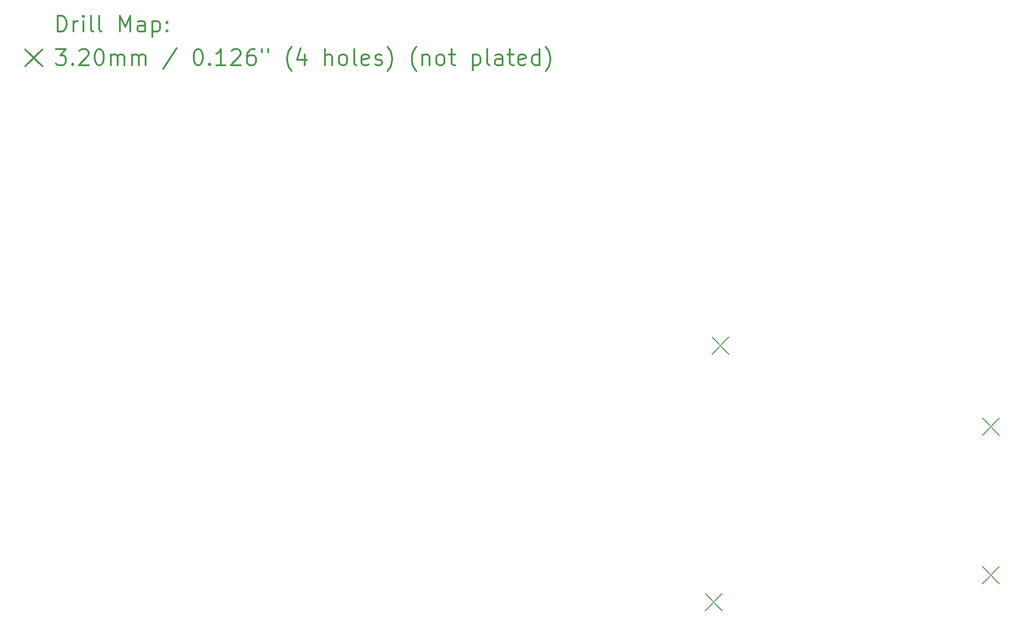
<source format=gbr>
%FSLAX45Y45*%
G04 Gerber Fmt 4.5, Leading zero omitted, Abs format (unit mm)*
G04 Created by KiCad (PCBNEW (5.1.4-0-10_14)) date 2019-10-20 20:34:56*
%MOMM*%
%LPD*%
G04 APERTURE LIST*
%ADD10C,0.200000*%
%ADD11C,0.300000*%
G04 APERTURE END LIST*
D10*
X12453000Y-11038000D02*
X12773000Y-11358000D01*
X12773000Y-11038000D02*
X12453000Y-11358000D01*
X12580000Y-6212000D02*
X12900000Y-6532000D01*
X12900000Y-6212000D02*
X12580000Y-6532000D01*
X17660000Y-7736000D02*
X17980000Y-8056000D01*
X17980000Y-7736000D02*
X17660000Y-8056000D01*
X17660000Y-10530000D02*
X17980000Y-10850000D01*
X17980000Y-10530000D02*
X17660000Y-10850000D01*
D11*
X286429Y-465714D02*
X286429Y-165714D01*
X357857Y-165714D01*
X400714Y-180000D01*
X429286Y-208571D01*
X443571Y-237143D01*
X457857Y-294286D01*
X457857Y-337143D01*
X443571Y-394286D01*
X429286Y-422857D01*
X400714Y-451428D01*
X357857Y-465714D01*
X286429Y-465714D01*
X586429Y-465714D02*
X586429Y-265714D01*
X586429Y-322857D02*
X600714Y-294286D01*
X615000Y-280000D01*
X643571Y-265714D01*
X672143Y-265714D01*
X772143Y-465714D02*
X772143Y-265714D01*
X772143Y-165714D02*
X757857Y-180000D01*
X772143Y-194286D01*
X786428Y-180000D01*
X772143Y-165714D01*
X772143Y-194286D01*
X957857Y-465714D02*
X929286Y-451428D01*
X915000Y-422857D01*
X915000Y-165714D01*
X1115000Y-465714D02*
X1086429Y-451428D01*
X1072143Y-422857D01*
X1072143Y-165714D01*
X1457857Y-465714D02*
X1457857Y-165714D01*
X1557857Y-380000D01*
X1657857Y-165714D01*
X1657857Y-465714D01*
X1929286Y-465714D02*
X1929286Y-308571D01*
X1915000Y-280000D01*
X1886428Y-265714D01*
X1829286Y-265714D01*
X1800714Y-280000D01*
X1929286Y-451428D02*
X1900714Y-465714D01*
X1829286Y-465714D01*
X1800714Y-451428D01*
X1786428Y-422857D01*
X1786428Y-394286D01*
X1800714Y-365714D01*
X1829286Y-351428D01*
X1900714Y-351428D01*
X1929286Y-337143D01*
X2072143Y-265714D02*
X2072143Y-565714D01*
X2072143Y-280000D02*
X2100714Y-265714D01*
X2157857Y-265714D01*
X2186429Y-280000D01*
X2200714Y-294286D01*
X2215000Y-322857D01*
X2215000Y-408571D01*
X2200714Y-437143D01*
X2186429Y-451428D01*
X2157857Y-465714D01*
X2100714Y-465714D01*
X2072143Y-451428D01*
X2343571Y-437143D02*
X2357857Y-451428D01*
X2343571Y-465714D01*
X2329286Y-451428D01*
X2343571Y-437143D01*
X2343571Y-465714D01*
X2343571Y-280000D02*
X2357857Y-294286D01*
X2343571Y-308571D01*
X2329286Y-294286D01*
X2343571Y-280000D01*
X2343571Y-308571D01*
X-320000Y-800000D02*
X0Y-1120000D01*
X0Y-800000D02*
X-320000Y-1120000D01*
X257857Y-795714D02*
X443571Y-795714D01*
X343571Y-910000D01*
X386428Y-910000D01*
X415000Y-924286D01*
X429286Y-938571D01*
X443571Y-967143D01*
X443571Y-1038571D01*
X429286Y-1067143D01*
X415000Y-1081429D01*
X386428Y-1095714D01*
X300714Y-1095714D01*
X272143Y-1081429D01*
X257857Y-1067143D01*
X572143Y-1067143D02*
X586429Y-1081429D01*
X572143Y-1095714D01*
X557857Y-1081429D01*
X572143Y-1067143D01*
X572143Y-1095714D01*
X700714Y-824286D02*
X715000Y-810000D01*
X743571Y-795714D01*
X815000Y-795714D01*
X843571Y-810000D01*
X857857Y-824286D01*
X872143Y-852857D01*
X872143Y-881428D01*
X857857Y-924286D01*
X686429Y-1095714D01*
X872143Y-1095714D01*
X1057857Y-795714D02*
X1086429Y-795714D01*
X1115000Y-810000D01*
X1129286Y-824286D01*
X1143571Y-852857D01*
X1157857Y-910000D01*
X1157857Y-981428D01*
X1143571Y-1038571D01*
X1129286Y-1067143D01*
X1115000Y-1081429D01*
X1086429Y-1095714D01*
X1057857Y-1095714D01*
X1029286Y-1081429D01*
X1015000Y-1067143D01*
X1000714Y-1038571D01*
X986428Y-981428D01*
X986428Y-910000D01*
X1000714Y-852857D01*
X1015000Y-824286D01*
X1029286Y-810000D01*
X1057857Y-795714D01*
X1286429Y-1095714D02*
X1286429Y-895714D01*
X1286429Y-924286D02*
X1300714Y-910000D01*
X1329286Y-895714D01*
X1372143Y-895714D01*
X1400714Y-910000D01*
X1415000Y-938571D01*
X1415000Y-1095714D01*
X1415000Y-938571D02*
X1429286Y-910000D01*
X1457857Y-895714D01*
X1500714Y-895714D01*
X1529286Y-910000D01*
X1543571Y-938571D01*
X1543571Y-1095714D01*
X1686428Y-1095714D02*
X1686428Y-895714D01*
X1686428Y-924286D02*
X1700714Y-910000D01*
X1729286Y-895714D01*
X1772143Y-895714D01*
X1800714Y-910000D01*
X1815000Y-938571D01*
X1815000Y-1095714D01*
X1815000Y-938571D02*
X1829286Y-910000D01*
X1857857Y-895714D01*
X1900714Y-895714D01*
X1929286Y-910000D01*
X1943571Y-938571D01*
X1943571Y-1095714D01*
X2529286Y-781428D02*
X2272143Y-1167143D01*
X2915000Y-795714D02*
X2943571Y-795714D01*
X2972143Y-810000D01*
X2986428Y-824286D01*
X3000714Y-852857D01*
X3015000Y-910000D01*
X3015000Y-981428D01*
X3000714Y-1038571D01*
X2986428Y-1067143D01*
X2972143Y-1081429D01*
X2943571Y-1095714D01*
X2915000Y-1095714D01*
X2886428Y-1081429D01*
X2872143Y-1067143D01*
X2857857Y-1038571D01*
X2843571Y-981428D01*
X2843571Y-910000D01*
X2857857Y-852857D01*
X2872143Y-824286D01*
X2886428Y-810000D01*
X2915000Y-795714D01*
X3143571Y-1067143D02*
X3157857Y-1081429D01*
X3143571Y-1095714D01*
X3129286Y-1081429D01*
X3143571Y-1067143D01*
X3143571Y-1095714D01*
X3443571Y-1095714D02*
X3272143Y-1095714D01*
X3357857Y-1095714D02*
X3357857Y-795714D01*
X3329286Y-838571D01*
X3300714Y-867143D01*
X3272143Y-881428D01*
X3557857Y-824286D02*
X3572143Y-810000D01*
X3600714Y-795714D01*
X3672143Y-795714D01*
X3700714Y-810000D01*
X3715000Y-824286D01*
X3729286Y-852857D01*
X3729286Y-881428D01*
X3715000Y-924286D01*
X3543571Y-1095714D01*
X3729286Y-1095714D01*
X3986428Y-795714D02*
X3929286Y-795714D01*
X3900714Y-810000D01*
X3886428Y-824286D01*
X3857857Y-867143D01*
X3843571Y-924286D01*
X3843571Y-1038571D01*
X3857857Y-1067143D01*
X3872143Y-1081429D01*
X3900714Y-1095714D01*
X3957857Y-1095714D01*
X3986428Y-1081429D01*
X4000714Y-1067143D01*
X4015000Y-1038571D01*
X4015000Y-967143D01*
X4000714Y-938571D01*
X3986428Y-924286D01*
X3957857Y-910000D01*
X3900714Y-910000D01*
X3872143Y-924286D01*
X3857857Y-938571D01*
X3843571Y-967143D01*
X4129286Y-795714D02*
X4129286Y-852857D01*
X4243571Y-795714D02*
X4243571Y-852857D01*
X4686429Y-1210000D02*
X4672143Y-1195714D01*
X4643571Y-1152857D01*
X4629286Y-1124286D01*
X4615000Y-1081429D01*
X4600714Y-1010000D01*
X4600714Y-952857D01*
X4615000Y-881428D01*
X4629286Y-838571D01*
X4643571Y-810000D01*
X4672143Y-767143D01*
X4686429Y-752857D01*
X4929286Y-895714D02*
X4929286Y-1095714D01*
X4857857Y-781428D02*
X4786429Y-995714D01*
X4972143Y-995714D01*
X5315000Y-1095714D02*
X5315000Y-795714D01*
X5443571Y-1095714D02*
X5443571Y-938571D01*
X5429286Y-910000D01*
X5400714Y-895714D01*
X5357857Y-895714D01*
X5329286Y-910000D01*
X5315000Y-924286D01*
X5629286Y-1095714D02*
X5600714Y-1081429D01*
X5586429Y-1067143D01*
X5572143Y-1038571D01*
X5572143Y-952857D01*
X5586429Y-924286D01*
X5600714Y-910000D01*
X5629286Y-895714D01*
X5672143Y-895714D01*
X5700714Y-910000D01*
X5715000Y-924286D01*
X5729286Y-952857D01*
X5729286Y-1038571D01*
X5715000Y-1067143D01*
X5700714Y-1081429D01*
X5672143Y-1095714D01*
X5629286Y-1095714D01*
X5900714Y-1095714D02*
X5872143Y-1081429D01*
X5857857Y-1052857D01*
X5857857Y-795714D01*
X6129286Y-1081429D02*
X6100714Y-1095714D01*
X6043571Y-1095714D01*
X6015000Y-1081429D01*
X6000714Y-1052857D01*
X6000714Y-938571D01*
X6015000Y-910000D01*
X6043571Y-895714D01*
X6100714Y-895714D01*
X6129286Y-910000D01*
X6143571Y-938571D01*
X6143571Y-967143D01*
X6000714Y-995714D01*
X6257857Y-1081429D02*
X6286428Y-1095714D01*
X6343571Y-1095714D01*
X6372143Y-1081429D01*
X6386428Y-1052857D01*
X6386428Y-1038571D01*
X6372143Y-1010000D01*
X6343571Y-995714D01*
X6300714Y-995714D01*
X6272143Y-981428D01*
X6257857Y-952857D01*
X6257857Y-938571D01*
X6272143Y-910000D01*
X6300714Y-895714D01*
X6343571Y-895714D01*
X6372143Y-910000D01*
X6486428Y-1210000D02*
X6500714Y-1195714D01*
X6529286Y-1152857D01*
X6543571Y-1124286D01*
X6557857Y-1081429D01*
X6572143Y-1010000D01*
X6572143Y-952857D01*
X6557857Y-881428D01*
X6543571Y-838571D01*
X6529286Y-810000D01*
X6500714Y-767143D01*
X6486428Y-752857D01*
X7029286Y-1210000D02*
X7015000Y-1195714D01*
X6986428Y-1152857D01*
X6972143Y-1124286D01*
X6957857Y-1081429D01*
X6943571Y-1010000D01*
X6943571Y-952857D01*
X6957857Y-881428D01*
X6972143Y-838571D01*
X6986428Y-810000D01*
X7015000Y-767143D01*
X7029286Y-752857D01*
X7143571Y-895714D02*
X7143571Y-1095714D01*
X7143571Y-924286D02*
X7157857Y-910000D01*
X7186428Y-895714D01*
X7229286Y-895714D01*
X7257857Y-910000D01*
X7272143Y-938571D01*
X7272143Y-1095714D01*
X7457857Y-1095714D02*
X7429286Y-1081429D01*
X7415000Y-1067143D01*
X7400714Y-1038571D01*
X7400714Y-952857D01*
X7415000Y-924286D01*
X7429286Y-910000D01*
X7457857Y-895714D01*
X7500714Y-895714D01*
X7529286Y-910000D01*
X7543571Y-924286D01*
X7557857Y-952857D01*
X7557857Y-1038571D01*
X7543571Y-1067143D01*
X7529286Y-1081429D01*
X7500714Y-1095714D01*
X7457857Y-1095714D01*
X7643571Y-895714D02*
X7757857Y-895714D01*
X7686428Y-795714D02*
X7686428Y-1052857D01*
X7700714Y-1081429D01*
X7729286Y-1095714D01*
X7757857Y-1095714D01*
X8086428Y-895714D02*
X8086428Y-1195714D01*
X8086428Y-910000D02*
X8115000Y-895714D01*
X8172143Y-895714D01*
X8200714Y-910000D01*
X8215000Y-924286D01*
X8229286Y-952857D01*
X8229286Y-1038571D01*
X8215000Y-1067143D01*
X8200714Y-1081429D01*
X8172143Y-1095714D01*
X8115000Y-1095714D01*
X8086428Y-1081429D01*
X8400714Y-1095714D02*
X8372143Y-1081429D01*
X8357857Y-1052857D01*
X8357857Y-795714D01*
X8643571Y-1095714D02*
X8643571Y-938571D01*
X8629286Y-910000D01*
X8600714Y-895714D01*
X8543571Y-895714D01*
X8515000Y-910000D01*
X8643571Y-1081429D02*
X8615000Y-1095714D01*
X8543571Y-1095714D01*
X8515000Y-1081429D01*
X8500714Y-1052857D01*
X8500714Y-1024286D01*
X8515000Y-995714D01*
X8543571Y-981428D01*
X8615000Y-981428D01*
X8643571Y-967143D01*
X8743571Y-895714D02*
X8857857Y-895714D01*
X8786429Y-795714D02*
X8786429Y-1052857D01*
X8800714Y-1081429D01*
X8829286Y-1095714D01*
X8857857Y-1095714D01*
X9072143Y-1081429D02*
X9043571Y-1095714D01*
X8986429Y-1095714D01*
X8957857Y-1081429D01*
X8943571Y-1052857D01*
X8943571Y-938571D01*
X8957857Y-910000D01*
X8986429Y-895714D01*
X9043571Y-895714D01*
X9072143Y-910000D01*
X9086429Y-938571D01*
X9086429Y-967143D01*
X8943571Y-995714D01*
X9343571Y-1095714D02*
X9343571Y-795714D01*
X9343571Y-1081429D02*
X9315000Y-1095714D01*
X9257857Y-1095714D01*
X9229286Y-1081429D01*
X9215000Y-1067143D01*
X9200714Y-1038571D01*
X9200714Y-952857D01*
X9215000Y-924286D01*
X9229286Y-910000D01*
X9257857Y-895714D01*
X9315000Y-895714D01*
X9343571Y-910000D01*
X9457857Y-1210000D02*
X9472143Y-1195714D01*
X9500714Y-1152857D01*
X9515000Y-1124286D01*
X9529286Y-1081429D01*
X9543571Y-1010000D01*
X9543571Y-952857D01*
X9529286Y-881428D01*
X9515000Y-838571D01*
X9500714Y-810000D01*
X9472143Y-767143D01*
X9457857Y-752857D01*
M02*

</source>
